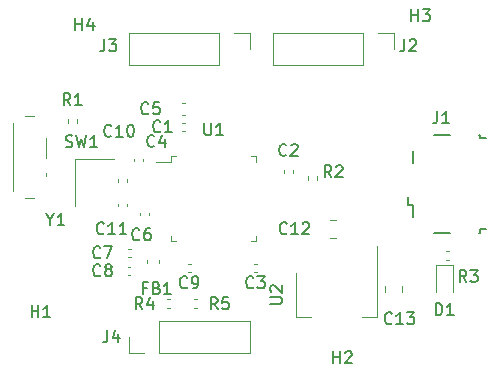
<source format=gbr>
%TF.GenerationSoftware,KiCad,Pcbnew,7.0.9*%
%TF.CreationDate,2024-01-02T09:41:28+05:30*%
%TF.ProjectId,STM32F103C8T6,53544d33-3246-4313-9033-433854362e6b,rev?*%
%TF.SameCoordinates,Original*%
%TF.FileFunction,Legend,Top*%
%TF.FilePolarity,Positive*%
%FSLAX46Y46*%
G04 Gerber Fmt 4.6, Leading zero omitted, Abs format (unit mm)*
G04 Created by KiCad (PCBNEW 7.0.9) date 2024-01-02 09:41:28*
%MOMM*%
%LPD*%
G01*
G04 APERTURE LIST*
%ADD10C,0.150000*%
%ADD11C,0.120000*%
G04 APERTURE END LIST*
D10*
X65619333Y-103578819D02*
X65286000Y-103102628D01*
X65047905Y-103578819D02*
X65047905Y-102578819D01*
X65047905Y-102578819D02*
X65428857Y-102578819D01*
X65428857Y-102578819D02*
X65524095Y-102626438D01*
X65524095Y-102626438D02*
X65571714Y-102674057D01*
X65571714Y-102674057D02*
X65619333Y-102769295D01*
X65619333Y-102769295D02*
X65619333Y-102912152D01*
X65619333Y-102912152D02*
X65571714Y-103007390D01*
X65571714Y-103007390D02*
X65524095Y-103055009D01*
X65524095Y-103055009D02*
X65428857Y-103102628D01*
X65428857Y-103102628D02*
X65047905Y-103102628D01*
X66476476Y-102912152D02*
X66476476Y-103578819D01*
X66238381Y-102531200D02*
X66000286Y-103245485D01*
X66000286Y-103245485D02*
X66619333Y-103245485D01*
X86733142Y-104753580D02*
X86685523Y-104801200D01*
X86685523Y-104801200D02*
X86542666Y-104848819D01*
X86542666Y-104848819D02*
X86447428Y-104848819D01*
X86447428Y-104848819D02*
X86304571Y-104801200D01*
X86304571Y-104801200D02*
X86209333Y-104705961D01*
X86209333Y-104705961D02*
X86161714Y-104610723D01*
X86161714Y-104610723D02*
X86114095Y-104420247D01*
X86114095Y-104420247D02*
X86114095Y-104277390D01*
X86114095Y-104277390D02*
X86161714Y-104086914D01*
X86161714Y-104086914D02*
X86209333Y-103991676D01*
X86209333Y-103991676D02*
X86304571Y-103896438D01*
X86304571Y-103896438D02*
X86447428Y-103848819D01*
X86447428Y-103848819D02*
X86542666Y-103848819D01*
X86542666Y-103848819D02*
X86685523Y-103896438D01*
X86685523Y-103896438D02*
X86733142Y-103944057D01*
X87685523Y-104848819D02*
X87114095Y-104848819D01*
X87399809Y-104848819D02*
X87399809Y-103848819D01*
X87399809Y-103848819D02*
X87304571Y-103991676D01*
X87304571Y-103991676D02*
X87209333Y-104086914D01*
X87209333Y-104086914D02*
X87114095Y-104134533D01*
X88018857Y-103848819D02*
X88637904Y-103848819D01*
X88637904Y-103848819D02*
X88304571Y-104229771D01*
X88304571Y-104229771D02*
X88447428Y-104229771D01*
X88447428Y-104229771D02*
X88542666Y-104277390D01*
X88542666Y-104277390D02*
X88590285Y-104325009D01*
X88590285Y-104325009D02*
X88637904Y-104420247D01*
X88637904Y-104420247D02*
X88637904Y-104658342D01*
X88637904Y-104658342D02*
X88590285Y-104753580D01*
X88590285Y-104753580D02*
X88542666Y-104801200D01*
X88542666Y-104801200D02*
X88447428Y-104848819D01*
X88447428Y-104848819D02*
X88161714Y-104848819D01*
X88161714Y-104848819D02*
X88066476Y-104801200D01*
X88066476Y-104801200D02*
X88018857Y-104753580D01*
X62063333Y-100689580D02*
X62015714Y-100737200D01*
X62015714Y-100737200D02*
X61872857Y-100784819D01*
X61872857Y-100784819D02*
X61777619Y-100784819D01*
X61777619Y-100784819D02*
X61634762Y-100737200D01*
X61634762Y-100737200D02*
X61539524Y-100641961D01*
X61539524Y-100641961D02*
X61491905Y-100546723D01*
X61491905Y-100546723D02*
X61444286Y-100356247D01*
X61444286Y-100356247D02*
X61444286Y-100213390D01*
X61444286Y-100213390D02*
X61491905Y-100022914D01*
X61491905Y-100022914D02*
X61539524Y-99927676D01*
X61539524Y-99927676D02*
X61634762Y-99832438D01*
X61634762Y-99832438D02*
X61777619Y-99784819D01*
X61777619Y-99784819D02*
X61872857Y-99784819D01*
X61872857Y-99784819D02*
X62015714Y-99832438D01*
X62015714Y-99832438D02*
X62063333Y-99880057D01*
X62634762Y-100213390D02*
X62539524Y-100165771D01*
X62539524Y-100165771D02*
X62491905Y-100118152D01*
X62491905Y-100118152D02*
X62444286Y-100022914D01*
X62444286Y-100022914D02*
X62444286Y-99975295D01*
X62444286Y-99975295D02*
X62491905Y-99880057D01*
X62491905Y-99880057D02*
X62539524Y-99832438D01*
X62539524Y-99832438D02*
X62634762Y-99784819D01*
X62634762Y-99784819D02*
X62825238Y-99784819D01*
X62825238Y-99784819D02*
X62920476Y-99832438D01*
X62920476Y-99832438D02*
X62968095Y-99880057D01*
X62968095Y-99880057D02*
X63015714Y-99975295D01*
X63015714Y-99975295D02*
X63015714Y-100022914D01*
X63015714Y-100022914D02*
X62968095Y-100118152D01*
X62968095Y-100118152D02*
X62920476Y-100165771D01*
X62920476Y-100165771D02*
X62825238Y-100213390D01*
X62825238Y-100213390D02*
X62634762Y-100213390D01*
X62634762Y-100213390D02*
X62539524Y-100261009D01*
X62539524Y-100261009D02*
X62491905Y-100308628D01*
X62491905Y-100308628D02*
X62444286Y-100403866D01*
X62444286Y-100403866D02*
X62444286Y-100594342D01*
X62444286Y-100594342D02*
X62491905Y-100689580D01*
X62491905Y-100689580D02*
X62539524Y-100737200D01*
X62539524Y-100737200D02*
X62634762Y-100784819D01*
X62634762Y-100784819D02*
X62825238Y-100784819D01*
X62825238Y-100784819D02*
X62920476Y-100737200D01*
X62920476Y-100737200D02*
X62968095Y-100689580D01*
X62968095Y-100689580D02*
X63015714Y-100594342D01*
X63015714Y-100594342D02*
X63015714Y-100403866D01*
X63015714Y-100403866D02*
X62968095Y-100308628D01*
X62968095Y-100308628D02*
X62920476Y-100261009D01*
X62920476Y-100261009D02*
X62825238Y-100213390D01*
X69401333Y-101705580D02*
X69353714Y-101753200D01*
X69353714Y-101753200D02*
X69210857Y-101800819D01*
X69210857Y-101800819D02*
X69115619Y-101800819D01*
X69115619Y-101800819D02*
X68972762Y-101753200D01*
X68972762Y-101753200D02*
X68877524Y-101657961D01*
X68877524Y-101657961D02*
X68829905Y-101562723D01*
X68829905Y-101562723D02*
X68782286Y-101372247D01*
X68782286Y-101372247D02*
X68782286Y-101229390D01*
X68782286Y-101229390D02*
X68829905Y-101038914D01*
X68829905Y-101038914D02*
X68877524Y-100943676D01*
X68877524Y-100943676D02*
X68972762Y-100848438D01*
X68972762Y-100848438D02*
X69115619Y-100800819D01*
X69115619Y-100800819D02*
X69210857Y-100800819D01*
X69210857Y-100800819D02*
X69353714Y-100848438D01*
X69353714Y-100848438D02*
X69401333Y-100896057D01*
X69877524Y-101800819D02*
X70068000Y-101800819D01*
X70068000Y-101800819D02*
X70163238Y-101753200D01*
X70163238Y-101753200D02*
X70210857Y-101705580D01*
X70210857Y-101705580D02*
X70306095Y-101562723D01*
X70306095Y-101562723D02*
X70353714Y-101372247D01*
X70353714Y-101372247D02*
X70353714Y-100991295D01*
X70353714Y-100991295D02*
X70306095Y-100896057D01*
X70306095Y-100896057D02*
X70258476Y-100848438D01*
X70258476Y-100848438D02*
X70163238Y-100800819D01*
X70163238Y-100800819D02*
X69972762Y-100800819D01*
X69972762Y-100800819D02*
X69877524Y-100848438D01*
X69877524Y-100848438D02*
X69829905Y-100896057D01*
X69829905Y-100896057D02*
X69782286Y-100991295D01*
X69782286Y-100991295D02*
X69782286Y-101229390D01*
X69782286Y-101229390D02*
X69829905Y-101324628D01*
X69829905Y-101324628D02*
X69877524Y-101372247D01*
X69877524Y-101372247D02*
X69972762Y-101419866D01*
X69972762Y-101419866D02*
X70163238Y-101419866D01*
X70163238Y-101419866D02*
X70258476Y-101372247D01*
X70258476Y-101372247D02*
X70306095Y-101324628D01*
X70306095Y-101324628D02*
X70353714Y-101229390D01*
X93051333Y-101267319D02*
X92718000Y-100791128D01*
X92479905Y-101267319D02*
X92479905Y-100267319D01*
X92479905Y-100267319D02*
X92860857Y-100267319D01*
X92860857Y-100267319D02*
X92956095Y-100314938D01*
X92956095Y-100314938D02*
X93003714Y-100362557D01*
X93003714Y-100362557D02*
X93051333Y-100457795D01*
X93051333Y-100457795D02*
X93051333Y-100600652D01*
X93051333Y-100600652D02*
X93003714Y-100695890D01*
X93003714Y-100695890D02*
X92956095Y-100743509D01*
X92956095Y-100743509D02*
X92860857Y-100791128D01*
X92860857Y-100791128D02*
X92479905Y-100791128D01*
X93384667Y-100267319D02*
X94003714Y-100267319D01*
X94003714Y-100267319D02*
X93670381Y-100648271D01*
X93670381Y-100648271D02*
X93813238Y-100648271D01*
X93813238Y-100648271D02*
X93908476Y-100695890D01*
X93908476Y-100695890D02*
X93956095Y-100743509D01*
X93956095Y-100743509D02*
X94003714Y-100838747D01*
X94003714Y-100838747D02*
X94003714Y-101076842D01*
X94003714Y-101076842D02*
X93956095Y-101172080D01*
X93956095Y-101172080D02*
X93908476Y-101219700D01*
X93908476Y-101219700D02*
X93813238Y-101267319D01*
X93813238Y-101267319D02*
X93527524Y-101267319D01*
X93527524Y-101267319D02*
X93432286Y-101219700D01*
X93432286Y-101219700D02*
X93384667Y-101172080D01*
X62349142Y-97133580D02*
X62301523Y-97181200D01*
X62301523Y-97181200D02*
X62158666Y-97228819D01*
X62158666Y-97228819D02*
X62063428Y-97228819D01*
X62063428Y-97228819D02*
X61920571Y-97181200D01*
X61920571Y-97181200D02*
X61825333Y-97085961D01*
X61825333Y-97085961D02*
X61777714Y-96990723D01*
X61777714Y-96990723D02*
X61730095Y-96800247D01*
X61730095Y-96800247D02*
X61730095Y-96657390D01*
X61730095Y-96657390D02*
X61777714Y-96466914D01*
X61777714Y-96466914D02*
X61825333Y-96371676D01*
X61825333Y-96371676D02*
X61920571Y-96276438D01*
X61920571Y-96276438D02*
X62063428Y-96228819D01*
X62063428Y-96228819D02*
X62158666Y-96228819D01*
X62158666Y-96228819D02*
X62301523Y-96276438D01*
X62301523Y-96276438D02*
X62349142Y-96324057D01*
X63301523Y-97228819D02*
X62730095Y-97228819D01*
X63015809Y-97228819D02*
X63015809Y-96228819D01*
X63015809Y-96228819D02*
X62920571Y-96371676D01*
X62920571Y-96371676D02*
X62825333Y-96466914D01*
X62825333Y-96466914D02*
X62730095Y-96514533D01*
X64253904Y-97228819D02*
X63682476Y-97228819D01*
X63968190Y-97228819D02*
X63968190Y-96228819D01*
X63968190Y-96228819D02*
X63872952Y-96371676D01*
X63872952Y-96371676D02*
X63777714Y-96466914D01*
X63777714Y-96466914D02*
X63682476Y-96514533D01*
X62063333Y-99165580D02*
X62015714Y-99213200D01*
X62015714Y-99213200D02*
X61872857Y-99260819D01*
X61872857Y-99260819D02*
X61777619Y-99260819D01*
X61777619Y-99260819D02*
X61634762Y-99213200D01*
X61634762Y-99213200D02*
X61539524Y-99117961D01*
X61539524Y-99117961D02*
X61491905Y-99022723D01*
X61491905Y-99022723D02*
X61444286Y-98832247D01*
X61444286Y-98832247D02*
X61444286Y-98689390D01*
X61444286Y-98689390D02*
X61491905Y-98498914D01*
X61491905Y-98498914D02*
X61539524Y-98403676D01*
X61539524Y-98403676D02*
X61634762Y-98308438D01*
X61634762Y-98308438D02*
X61777619Y-98260819D01*
X61777619Y-98260819D02*
X61872857Y-98260819D01*
X61872857Y-98260819D02*
X62015714Y-98308438D01*
X62015714Y-98308438D02*
X62063333Y-98356057D01*
X62396667Y-98260819D02*
X63063333Y-98260819D01*
X63063333Y-98260819D02*
X62634762Y-99260819D01*
X65968666Y-101785009D02*
X65635333Y-101785009D01*
X65635333Y-102308819D02*
X65635333Y-101308819D01*
X65635333Y-101308819D02*
X66111523Y-101308819D01*
X66825809Y-101785009D02*
X66968666Y-101832628D01*
X66968666Y-101832628D02*
X67016285Y-101880247D01*
X67016285Y-101880247D02*
X67063904Y-101975485D01*
X67063904Y-101975485D02*
X67063904Y-102118342D01*
X67063904Y-102118342D02*
X67016285Y-102213580D01*
X67016285Y-102213580D02*
X66968666Y-102261200D01*
X66968666Y-102261200D02*
X66873428Y-102308819D01*
X66873428Y-102308819D02*
X66492476Y-102308819D01*
X66492476Y-102308819D02*
X66492476Y-101308819D01*
X66492476Y-101308819D02*
X66825809Y-101308819D01*
X66825809Y-101308819D02*
X66921047Y-101356438D01*
X66921047Y-101356438D02*
X66968666Y-101404057D01*
X66968666Y-101404057D02*
X67016285Y-101499295D01*
X67016285Y-101499295D02*
X67016285Y-101594533D01*
X67016285Y-101594533D02*
X66968666Y-101689771D01*
X66968666Y-101689771D02*
X66921047Y-101737390D01*
X66921047Y-101737390D02*
X66825809Y-101785009D01*
X66825809Y-101785009D02*
X66492476Y-101785009D01*
X68016285Y-102308819D02*
X67444857Y-102308819D01*
X67730571Y-102308819D02*
X67730571Y-101308819D01*
X67730571Y-101308819D02*
X67635333Y-101451676D01*
X67635333Y-101451676D02*
X67540095Y-101546914D01*
X67540095Y-101546914D02*
X67444857Y-101594533D01*
X77843142Y-97133580D02*
X77795523Y-97181200D01*
X77795523Y-97181200D02*
X77652666Y-97228819D01*
X77652666Y-97228819D02*
X77557428Y-97228819D01*
X77557428Y-97228819D02*
X77414571Y-97181200D01*
X77414571Y-97181200D02*
X77319333Y-97085961D01*
X77319333Y-97085961D02*
X77271714Y-96990723D01*
X77271714Y-96990723D02*
X77224095Y-96800247D01*
X77224095Y-96800247D02*
X77224095Y-96657390D01*
X77224095Y-96657390D02*
X77271714Y-96466914D01*
X77271714Y-96466914D02*
X77319333Y-96371676D01*
X77319333Y-96371676D02*
X77414571Y-96276438D01*
X77414571Y-96276438D02*
X77557428Y-96228819D01*
X77557428Y-96228819D02*
X77652666Y-96228819D01*
X77652666Y-96228819D02*
X77795523Y-96276438D01*
X77795523Y-96276438D02*
X77843142Y-96324057D01*
X78795523Y-97228819D02*
X78224095Y-97228819D01*
X78509809Y-97228819D02*
X78509809Y-96228819D01*
X78509809Y-96228819D02*
X78414571Y-96371676D01*
X78414571Y-96371676D02*
X78319333Y-96466914D01*
X78319333Y-96466914D02*
X78224095Y-96514533D01*
X79176476Y-96324057D02*
X79224095Y-96276438D01*
X79224095Y-96276438D02*
X79319333Y-96228819D01*
X79319333Y-96228819D02*
X79557428Y-96228819D01*
X79557428Y-96228819D02*
X79652666Y-96276438D01*
X79652666Y-96276438D02*
X79700285Y-96324057D01*
X79700285Y-96324057D02*
X79747904Y-96419295D01*
X79747904Y-96419295D02*
X79747904Y-96514533D01*
X79747904Y-96514533D02*
X79700285Y-96657390D01*
X79700285Y-96657390D02*
X79128857Y-97228819D01*
X79128857Y-97228819D02*
X79747904Y-97228819D01*
X81621333Y-92402819D02*
X81288000Y-91926628D01*
X81049905Y-92402819D02*
X81049905Y-91402819D01*
X81049905Y-91402819D02*
X81430857Y-91402819D01*
X81430857Y-91402819D02*
X81526095Y-91450438D01*
X81526095Y-91450438D02*
X81573714Y-91498057D01*
X81573714Y-91498057D02*
X81621333Y-91593295D01*
X81621333Y-91593295D02*
X81621333Y-91736152D01*
X81621333Y-91736152D02*
X81573714Y-91831390D01*
X81573714Y-91831390D02*
X81526095Y-91879009D01*
X81526095Y-91879009D02*
X81430857Y-91926628D01*
X81430857Y-91926628D02*
X81049905Y-91926628D01*
X82002286Y-91498057D02*
X82049905Y-91450438D01*
X82049905Y-91450438D02*
X82145143Y-91402819D01*
X82145143Y-91402819D02*
X82383238Y-91402819D01*
X82383238Y-91402819D02*
X82478476Y-91450438D01*
X82478476Y-91450438D02*
X82526095Y-91498057D01*
X82526095Y-91498057D02*
X82573714Y-91593295D01*
X82573714Y-91593295D02*
X82573714Y-91688533D01*
X82573714Y-91688533D02*
X82526095Y-91831390D01*
X82526095Y-91831390D02*
X81954667Y-92402819D01*
X81954667Y-92402819D02*
X82573714Y-92402819D01*
X75017333Y-101705580D02*
X74969714Y-101753200D01*
X74969714Y-101753200D02*
X74826857Y-101800819D01*
X74826857Y-101800819D02*
X74731619Y-101800819D01*
X74731619Y-101800819D02*
X74588762Y-101753200D01*
X74588762Y-101753200D02*
X74493524Y-101657961D01*
X74493524Y-101657961D02*
X74445905Y-101562723D01*
X74445905Y-101562723D02*
X74398286Y-101372247D01*
X74398286Y-101372247D02*
X74398286Y-101229390D01*
X74398286Y-101229390D02*
X74445905Y-101038914D01*
X74445905Y-101038914D02*
X74493524Y-100943676D01*
X74493524Y-100943676D02*
X74588762Y-100848438D01*
X74588762Y-100848438D02*
X74731619Y-100800819D01*
X74731619Y-100800819D02*
X74826857Y-100800819D01*
X74826857Y-100800819D02*
X74969714Y-100848438D01*
X74969714Y-100848438D02*
X75017333Y-100896057D01*
X75350667Y-100800819D02*
X75969714Y-100800819D01*
X75969714Y-100800819D02*
X75636381Y-101181771D01*
X75636381Y-101181771D02*
X75779238Y-101181771D01*
X75779238Y-101181771D02*
X75874476Y-101229390D01*
X75874476Y-101229390D02*
X75922095Y-101277009D01*
X75922095Y-101277009D02*
X75969714Y-101372247D01*
X75969714Y-101372247D02*
X75969714Y-101610342D01*
X75969714Y-101610342D02*
X75922095Y-101705580D01*
X75922095Y-101705580D02*
X75874476Y-101753200D01*
X75874476Y-101753200D02*
X75779238Y-101800819D01*
X75779238Y-101800819D02*
X75493524Y-101800819D01*
X75493524Y-101800819D02*
X75398286Y-101753200D01*
X75398286Y-101753200D02*
X75350667Y-101705580D01*
X88392095Y-79194819D02*
X88392095Y-78194819D01*
X88392095Y-78671009D02*
X88963523Y-78671009D01*
X88963523Y-79194819D02*
X88963523Y-78194819D01*
X89344476Y-78194819D02*
X89963523Y-78194819D01*
X89963523Y-78194819D02*
X89630190Y-78575771D01*
X89630190Y-78575771D02*
X89773047Y-78575771D01*
X89773047Y-78575771D02*
X89868285Y-78623390D01*
X89868285Y-78623390D02*
X89915904Y-78671009D01*
X89915904Y-78671009D02*
X89963523Y-78766247D01*
X89963523Y-78766247D02*
X89963523Y-79004342D01*
X89963523Y-79004342D02*
X89915904Y-79099580D01*
X89915904Y-79099580D02*
X89868285Y-79147200D01*
X89868285Y-79147200D02*
X89773047Y-79194819D01*
X89773047Y-79194819D02*
X89487333Y-79194819D01*
X89487333Y-79194819D02*
X89392095Y-79147200D01*
X89392095Y-79147200D02*
X89344476Y-79099580D01*
X71979333Y-103578819D02*
X71646000Y-103102628D01*
X71407905Y-103578819D02*
X71407905Y-102578819D01*
X71407905Y-102578819D02*
X71788857Y-102578819D01*
X71788857Y-102578819D02*
X71884095Y-102626438D01*
X71884095Y-102626438D02*
X71931714Y-102674057D01*
X71931714Y-102674057D02*
X71979333Y-102769295D01*
X71979333Y-102769295D02*
X71979333Y-102912152D01*
X71979333Y-102912152D02*
X71931714Y-103007390D01*
X71931714Y-103007390D02*
X71884095Y-103055009D01*
X71884095Y-103055009D02*
X71788857Y-103102628D01*
X71788857Y-103102628D02*
X71407905Y-103102628D01*
X72884095Y-102578819D02*
X72407905Y-102578819D01*
X72407905Y-102578819D02*
X72360286Y-103055009D01*
X72360286Y-103055009D02*
X72407905Y-103007390D01*
X72407905Y-103007390D02*
X72503143Y-102959771D01*
X72503143Y-102959771D02*
X72741238Y-102959771D01*
X72741238Y-102959771D02*
X72836476Y-103007390D01*
X72836476Y-103007390D02*
X72884095Y-103055009D01*
X72884095Y-103055009D02*
X72931714Y-103150247D01*
X72931714Y-103150247D02*
X72931714Y-103388342D01*
X72931714Y-103388342D02*
X72884095Y-103483580D01*
X72884095Y-103483580D02*
X72836476Y-103531200D01*
X72836476Y-103531200D02*
X72741238Y-103578819D01*
X72741238Y-103578819D02*
X72503143Y-103578819D01*
X72503143Y-103578819D02*
X72407905Y-103531200D01*
X72407905Y-103531200D02*
X72360286Y-103483580D01*
X62404666Y-80734819D02*
X62404666Y-81449104D01*
X62404666Y-81449104D02*
X62357047Y-81591961D01*
X62357047Y-81591961D02*
X62261809Y-81687200D01*
X62261809Y-81687200D02*
X62118952Y-81734819D01*
X62118952Y-81734819D02*
X62023714Y-81734819D01*
X62785619Y-80734819D02*
X63404666Y-80734819D01*
X63404666Y-80734819D02*
X63071333Y-81115771D01*
X63071333Y-81115771D02*
X63214190Y-81115771D01*
X63214190Y-81115771D02*
X63309428Y-81163390D01*
X63309428Y-81163390D02*
X63357047Y-81211009D01*
X63357047Y-81211009D02*
X63404666Y-81306247D01*
X63404666Y-81306247D02*
X63404666Y-81544342D01*
X63404666Y-81544342D02*
X63357047Y-81639580D01*
X63357047Y-81639580D02*
X63309428Y-81687200D01*
X63309428Y-81687200D02*
X63214190Y-81734819D01*
X63214190Y-81734819D02*
X62928476Y-81734819D01*
X62928476Y-81734819D02*
X62833238Y-81687200D01*
X62833238Y-81687200D02*
X62785619Y-81639580D01*
X90447905Y-104086819D02*
X90447905Y-103086819D01*
X90447905Y-103086819D02*
X90686000Y-103086819D01*
X90686000Y-103086819D02*
X90828857Y-103134438D01*
X90828857Y-103134438D02*
X90924095Y-103229676D01*
X90924095Y-103229676D02*
X90971714Y-103324914D01*
X90971714Y-103324914D02*
X91019333Y-103515390D01*
X91019333Y-103515390D02*
X91019333Y-103658247D01*
X91019333Y-103658247D02*
X90971714Y-103848723D01*
X90971714Y-103848723D02*
X90924095Y-103943961D01*
X90924095Y-103943961D02*
X90828857Y-104039200D01*
X90828857Y-104039200D02*
X90686000Y-104086819D01*
X90686000Y-104086819D02*
X90447905Y-104086819D01*
X91971714Y-104086819D02*
X91400286Y-104086819D01*
X91686000Y-104086819D02*
X91686000Y-103086819D01*
X91686000Y-103086819D02*
X91590762Y-103229676D01*
X91590762Y-103229676D02*
X91495524Y-103324914D01*
X91495524Y-103324914D02*
X91400286Y-103372533D01*
X76416819Y-103123904D02*
X77226342Y-103123904D01*
X77226342Y-103123904D02*
X77321580Y-103076285D01*
X77321580Y-103076285D02*
X77369200Y-103028666D01*
X77369200Y-103028666D02*
X77416819Y-102933428D01*
X77416819Y-102933428D02*
X77416819Y-102742952D01*
X77416819Y-102742952D02*
X77369200Y-102647714D01*
X77369200Y-102647714D02*
X77321580Y-102600095D01*
X77321580Y-102600095D02*
X77226342Y-102552476D01*
X77226342Y-102552476D02*
X76416819Y-102552476D01*
X76512057Y-102123904D02*
X76464438Y-102076285D01*
X76464438Y-102076285D02*
X76416819Y-101981047D01*
X76416819Y-101981047D02*
X76416819Y-101742952D01*
X76416819Y-101742952D02*
X76464438Y-101647714D01*
X76464438Y-101647714D02*
X76512057Y-101600095D01*
X76512057Y-101600095D02*
X76607295Y-101552476D01*
X76607295Y-101552476D02*
X76702533Y-101552476D01*
X76702533Y-101552476D02*
X76845390Y-101600095D01*
X76845390Y-101600095D02*
X77416819Y-102171523D01*
X77416819Y-102171523D02*
X77416819Y-101552476D01*
X90591666Y-86825819D02*
X90591666Y-87540104D01*
X90591666Y-87540104D02*
X90544047Y-87682961D01*
X90544047Y-87682961D02*
X90448809Y-87778200D01*
X90448809Y-87778200D02*
X90305952Y-87825819D01*
X90305952Y-87825819D02*
X90210714Y-87825819D01*
X91591666Y-87825819D02*
X91020238Y-87825819D01*
X91305952Y-87825819D02*
X91305952Y-86825819D01*
X91305952Y-86825819D02*
X91210714Y-86968676D01*
X91210714Y-86968676D02*
X91115476Y-87063914D01*
X91115476Y-87063914D02*
X91020238Y-87111533D01*
X59118667Y-89815200D02*
X59261524Y-89862819D01*
X59261524Y-89862819D02*
X59499619Y-89862819D01*
X59499619Y-89862819D02*
X59594857Y-89815200D01*
X59594857Y-89815200D02*
X59642476Y-89767580D01*
X59642476Y-89767580D02*
X59690095Y-89672342D01*
X59690095Y-89672342D02*
X59690095Y-89577104D01*
X59690095Y-89577104D02*
X59642476Y-89481866D01*
X59642476Y-89481866D02*
X59594857Y-89434247D01*
X59594857Y-89434247D02*
X59499619Y-89386628D01*
X59499619Y-89386628D02*
X59309143Y-89339009D01*
X59309143Y-89339009D02*
X59213905Y-89291390D01*
X59213905Y-89291390D02*
X59166286Y-89243771D01*
X59166286Y-89243771D02*
X59118667Y-89148533D01*
X59118667Y-89148533D02*
X59118667Y-89053295D01*
X59118667Y-89053295D02*
X59166286Y-88958057D01*
X59166286Y-88958057D02*
X59213905Y-88910438D01*
X59213905Y-88910438D02*
X59309143Y-88862819D01*
X59309143Y-88862819D02*
X59547238Y-88862819D01*
X59547238Y-88862819D02*
X59690095Y-88910438D01*
X60023429Y-88862819D02*
X60261524Y-89862819D01*
X60261524Y-89862819D02*
X60452000Y-89148533D01*
X60452000Y-89148533D02*
X60642476Y-89862819D01*
X60642476Y-89862819D02*
X60880572Y-88862819D01*
X61785333Y-89862819D02*
X61213905Y-89862819D01*
X61499619Y-89862819D02*
X61499619Y-88862819D01*
X61499619Y-88862819D02*
X61404381Y-89005676D01*
X61404381Y-89005676D02*
X61309143Y-89100914D01*
X61309143Y-89100914D02*
X61213905Y-89148533D01*
X62658666Y-105372819D02*
X62658666Y-106087104D01*
X62658666Y-106087104D02*
X62611047Y-106229961D01*
X62611047Y-106229961D02*
X62515809Y-106325200D01*
X62515809Y-106325200D02*
X62372952Y-106372819D01*
X62372952Y-106372819D02*
X62277714Y-106372819D01*
X63563428Y-105706152D02*
X63563428Y-106372819D01*
X63325333Y-105325200D02*
X63087238Y-106039485D01*
X63087238Y-106039485D02*
X63706285Y-106039485D01*
X57816809Y-95990628D02*
X57816809Y-96466819D01*
X57483476Y-95466819D02*
X57816809Y-95990628D01*
X57816809Y-95990628D02*
X58150142Y-95466819D01*
X59007285Y-96466819D02*
X58435857Y-96466819D01*
X58721571Y-96466819D02*
X58721571Y-95466819D01*
X58721571Y-95466819D02*
X58626333Y-95609676D01*
X58626333Y-95609676D02*
X58531095Y-95704914D01*
X58531095Y-95704914D02*
X58435857Y-95752533D01*
X59944095Y-79956819D02*
X59944095Y-78956819D01*
X59944095Y-79433009D02*
X60515523Y-79433009D01*
X60515523Y-79956819D02*
X60515523Y-78956819D01*
X61420285Y-79290152D02*
X61420285Y-79956819D01*
X61182190Y-78909200D02*
X60944095Y-79623485D01*
X60944095Y-79623485D02*
X61563142Y-79623485D01*
X87804666Y-80734819D02*
X87804666Y-81449104D01*
X87804666Y-81449104D02*
X87757047Y-81591961D01*
X87757047Y-81591961D02*
X87661809Y-81687200D01*
X87661809Y-81687200D02*
X87518952Y-81734819D01*
X87518952Y-81734819D02*
X87423714Y-81734819D01*
X88233238Y-80830057D02*
X88280857Y-80782438D01*
X88280857Y-80782438D02*
X88376095Y-80734819D01*
X88376095Y-80734819D02*
X88614190Y-80734819D01*
X88614190Y-80734819D02*
X88709428Y-80782438D01*
X88709428Y-80782438D02*
X88757047Y-80830057D01*
X88757047Y-80830057D02*
X88804666Y-80925295D01*
X88804666Y-80925295D02*
X88804666Y-81020533D01*
X88804666Y-81020533D02*
X88757047Y-81163390D01*
X88757047Y-81163390D02*
X88185619Y-81734819D01*
X88185619Y-81734819D02*
X88804666Y-81734819D01*
X67143333Y-88497580D02*
X67095714Y-88545200D01*
X67095714Y-88545200D02*
X66952857Y-88592819D01*
X66952857Y-88592819D02*
X66857619Y-88592819D01*
X66857619Y-88592819D02*
X66714762Y-88545200D01*
X66714762Y-88545200D02*
X66619524Y-88449961D01*
X66619524Y-88449961D02*
X66571905Y-88354723D01*
X66571905Y-88354723D02*
X66524286Y-88164247D01*
X66524286Y-88164247D02*
X66524286Y-88021390D01*
X66524286Y-88021390D02*
X66571905Y-87830914D01*
X66571905Y-87830914D02*
X66619524Y-87735676D01*
X66619524Y-87735676D02*
X66714762Y-87640438D01*
X66714762Y-87640438D02*
X66857619Y-87592819D01*
X66857619Y-87592819D02*
X66952857Y-87592819D01*
X66952857Y-87592819D02*
X67095714Y-87640438D01*
X67095714Y-87640438D02*
X67143333Y-87688057D01*
X68095714Y-88592819D02*
X67524286Y-88592819D01*
X67810000Y-88592819D02*
X67810000Y-87592819D01*
X67810000Y-87592819D02*
X67714762Y-87735676D01*
X67714762Y-87735676D02*
X67619524Y-87830914D01*
X67619524Y-87830914D02*
X67524286Y-87878533D01*
X81788095Y-108150819D02*
X81788095Y-107150819D01*
X81788095Y-107627009D02*
X82359523Y-107627009D01*
X82359523Y-108150819D02*
X82359523Y-107150819D01*
X82788095Y-107246057D02*
X82835714Y-107198438D01*
X82835714Y-107198438D02*
X82930952Y-107150819D01*
X82930952Y-107150819D02*
X83169047Y-107150819D01*
X83169047Y-107150819D02*
X83264285Y-107198438D01*
X83264285Y-107198438D02*
X83311904Y-107246057D01*
X83311904Y-107246057D02*
X83359523Y-107341295D01*
X83359523Y-107341295D02*
X83359523Y-107436533D01*
X83359523Y-107436533D02*
X83311904Y-107579390D01*
X83311904Y-107579390D02*
X82740476Y-108150819D01*
X82740476Y-108150819D02*
X83359523Y-108150819D01*
X56238095Y-104254819D02*
X56238095Y-103254819D01*
X56238095Y-103731009D02*
X56809523Y-103731009D01*
X56809523Y-104254819D02*
X56809523Y-103254819D01*
X57809523Y-104254819D02*
X57238095Y-104254819D01*
X57523809Y-104254819D02*
X57523809Y-103254819D01*
X57523809Y-103254819D02*
X57428571Y-103397676D01*
X57428571Y-103397676D02*
X57333333Y-103492914D01*
X57333333Y-103492914D02*
X57238095Y-103540533D01*
X65365333Y-97641580D02*
X65317714Y-97689200D01*
X65317714Y-97689200D02*
X65174857Y-97736819D01*
X65174857Y-97736819D02*
X65079619Y-97736819D01*
X65079619Y-97736819D02*
X64936762Y-97689200D01*
X64936762Y-97689200D02*
X64841524Y-97593961D01*
X64841524Y-97593961D02*
X64793905Y-97498723D01*
X64793905Y-97498723D02*
X64746286Y-97308247D01*
X64746286Y-97308247D02*
X64746286Y-97165390D01*
X64746286Y-97165390D02*
X64793905Y-96974914D01*
X64793905Y-96974914D02*
X64841524Y-96879676D01*
X64841524Y-96879676D02*
X64936762Y-96784438D01*
X64936762Y-96784438D02*
X65079619Y-96736819D01*
X65079619Y-96736819D02*
X65174857Y-96736819D01*
X65174857Y-96736819D02*
X65317714Y-96784438D01*
X65317714Y-96784438D02*
X65365333Y-96832057D01*
X66222476Y-96736819D02*
X66032000Y-96736819D01*
X66032000Y-96736819D02*
X65936762Y-96784438D01*
X65936762Y-96784438D02*
X65889143Y-96832057D01*
X65889143Y-96832057D02*
X65793905Y-96974914D01*
X65793905Y-96974914D02*
X65746286Y-97165390D01*
X65746286Y-97165390D02*
X65746286Y-97546342D01*
X65746286Y-97546342D02*
X65793905Y-97641580D01*
X65793905Y-97641580D02*
X65841524Y-97689200D01*
X65841524Y-97689200D02*
X65936762Y-97736819D01*
X65936762Y-97736819D02*
X66127238Y-97736819D01*
X66127238Y-97736819D02*
X66222476Y-97689200D01*
X66222476Y-97689200D02*
X66270095Y-97641580D01*
X66270095Y-97641580D02*
X66317714Y-97546342D01*
X66317714Y-97546342D02*
X66317714Y-97308247D01*
X66317714Y-97308247D02*
X66270095Y-97213009D01*
X66270095Y-97213009D02*
X66222476Y-97165390D01*
X66222476Y-97165390D02*
X66127238Y-97117771D01*
X66127238Y-97117771D02*
X65936762Y-97117771D01*
X65936762Y-97117771D02*
X65841524Y-97165390D01*
X65841524Y-97165390D02*
X65793905Y-97213009D01*
X65793905Y-97213009D02*
X65746286Y-97308247D01*
X77811333Y-90501580D02*
X77763714Y-90549200D01*
X77763714Y-90549200D02*
X77620857Y-90596819D01*
X77620857Y-90596819D02*
X77525619Y-90596819D01*
X77525619Y-90596819D02*
X77382762Y-90549200D01*
X77382762Y-90549200D02*
X77287524Y-90453961D01*
X77287524Y-90453961D02*
X77239905Y-90358723D01*
X77239905Y-90358723D02*
X77192286Y-90168247D01*
X77192286Y-90168247D02*
X77192286Y-90025390D01*
X77192286Y-90025390D02*
X77239905Y-89834914D01*
X77239905Y-89834914D02*
X77287524Y-89739676D01*
X77287524Y-89739676D02*
X77382762Y-89644438D01*
X77382762Y-89644438D02*
X77525619Y-89596819D01*
X77525619Y-89596819D02*
X77620857Y-89596819D01*
X77620857Y-89596819D02*
X77763714Y-89644438D01*
X77763714Y-89644438D02*
X77811333Y-89692057D01*
X78192286Y-89692057D02*
X78239905Y-89644438D01*
X78239905Y-89644438D02*
X78335143Y-89596819D01*
X78335143Y-89596819D02*
X78573238Y-89596819D01*
X78573238Y-89596819D02*
X78668476Y-89644438D01*
X78668476Y-89644438D02*
X78716095Y-89692057D01*
X78716095Y-89692057D02*
X78763714Y-89787295D01*
X78763714Y-89787295D02*
X78763714Y-89882533D01*
X78763714Y-89882533D02*
X78716095Y-90025390D01*
X78716095Y-90025390D02*
X78144667Y-90596819D01*
X78144667Y-90596819D02*
X78763714Y-90596819D01*
X70866095Y-87838819D02*
X70866095Y-88648342D01*
X70866095Y-88648342D02*
X70913714Y-88743580D01*
X70913714Y-88743580D02*
X70961333Y-88791200D01*
X70961333Y-88791200D02*
X71056571Y-88838819D01*
X71056571Y-88838819D02*
X71247047Y-88838819D01*
X71247047Y-88838819D02*
X71342285Y-88791200D01*
X71342285Y-88791200D02*
X71389904Y-88743580D01*
X71389904Y-88743580D02*
X71437523Y-88648342D01*
X71437523Y-88648342D02*
X71437523Y-87838819D01*
X72437523Y-88838819D02*
X71866095Y-88838819D01*
X72151809Y-88838819D02*
X72151809Y-87838819D01*
X72151809Y-87838819D02*
X72056571Y-87981676D01*
X72056571Y-87981676D02*
X71961333Y-88076914D01*
X71961333Y-88076914D02*
X71866095Y-88124533D01*
X59523333Y-86306819D02*
X59190000Y-85830628D01*
X58951905Y-86306819D02*
X58951905Y-85306819D01*
X58951905Y-85306819D02*
X59332857Y-85306819D01*
X59332857Y-85306819D02*
X59428095Y-85354438D01*
X59428095Y-85354438D02*
X59475714Y-85402057D01*
X59475714Y-85402057D02*
X59523333Y-85497295D01*
X59523333Y-85497295D02*
X59523333Y-85640152D01*
X59523333Y-85640152D02*
X59475714Y-85735390D01*
X59475714Y-85735390D02*
X59428095Y-85783009D01*
X59428095Y-85783009D02*
X59332857Y-85830628D01*
X59332857Y-85830628D02*
X58951905Y-85830628D01*
X60475714Y-86306819D02*
X59904286Y-86306819D01*
X60190000Y-86306819D02*
X60190000Y-85306819D01*
X60190000Y-85306819D02*
X60094762Y-85449676D01*
X60094762Y-85449676D02*
X59999524Y-85544914D01*
X59999524Y-85544914D02*
X59904286Y-85592533D01*
X66635333Y-89739580D02*
X66587714Y-89787200D01*
X66587714Y-89787200D02*
X66444857Y-89834819D01*
X66444857Y-89834819D02*
X66349619Y-89834819D01*
X66349619Y-89834819D02*
X66206762Y-89787200D01*
X66206762Y-89787200D02*
X66111524Y-89691961D01*
X66111524Y-89691961D02*
X66063905Y-89596723D01*
X66063905Y-89596723D02*
X66016286Y-89406247D01*
X66016286Y-89406247D02*
X66016286Y-89263390D01*
X66016286Y-89263390D02*
X66063905Y-89072914D01*
X66063905Y-89072914D02*
X66111524Y-88977676D01*
X66111524Y-88977676D02*
X66206762Y-88882438D01*
X66206762Y-88882438D02*
X66349619Y-88834819D01*
X66349619Y-88834819D02*
X66444857Y-88834819D01*
X66444857Y-88834819D02*
X66587714Y-88882438D01*
X66587714Y-88882438D02*
X66635333Y-88930057D01*
X67492476Y-89168152D02*
X67492476Y-89834819D01*
X67254381Y-88787200D02*
X67016286Y-89501485D01*
X67016286Y-89501485D02*
X67635333Y-89501485D01*
X62984142Y-88878580D02*
X62936523Y-88926200D01*
X62936523Y-88926200D02*
X62793666Y-88973819D01*
X62793666Y-88973819D02*
X62698428Y-88973819D01*
X62698428Y-88973819D02*
X62555571Y-88926200D01*
X62555571Y-88926200D02*
X62460333Y-88830961D01*
X62460333Y-88830961D02*
X62412714Y-88735723D01*
X62412714Y-88735723D02*
X62365095Y-88545247D01*
X62365095Y-88545247D02*
X62365095Y-88402390D01*
X62365095Y-88402390D02*
X62412714Y-88211914D01*
X62412714Y-88211914D02*
X62460333Y-88116676D01*
X62460333Y-88116676D02*
X62555571Y-88021438D01*
X62555571Y-88021438D02*
X62698428Y-87973819D01*
X62698428Y-87973819D02*
X62793666Y-87973819D01*
X62793666Y-87973819D02*
X62936523Y-88021438D01*
X62936523Y-88021438D02*
X62984142Y-88069057D01*
X63936523Y-88973819D02*
X63365095Y-88973819D01*
X63650809Y-88973819D02*
X63650809Y-87973819D01*
X63650809Y-87973819D02*
X63555571Y-88116676D01*
X63555571Y-88116676D02*
X63460333Y-88211914D01*
X63460333Y-88211914D02*
X63365095Y-88259533D01*
X64555571Y-87973819D02*
X64650809Y-87973819D01*
X64650809Y-87973819D02*
X64746047Y-88021438D01*
X64746047Y-88021438D02*
X64793666Y-88069057D01*
X64793666Y-88069057D02*
X64841285Y-88164295D01*
X64841285Y-88164295D02*
X64888904Y-88354771D01*
X64888904Y-88354771D02*
X64888904Y-88592866D01*
X64888904Y-88592866D02*
X64841285Y-88783342D01*
X64841285Y-88783342D02*
X64793666Y-88878580D01*
X64793666Y-88878580D02*
X64746047Y-88926200D01*
X64746047Y-88926200D02*
X64650809Y-88973819D01*
X64650809Y-88973819D02*
X64555571Y-88973819D01*
X64555571Y-88973819D02*
X64460333Y-88926200D01*
X64460333Y-88926200D02*
X64412714Y-88878580D01*
X64412714Y-88878580D02*
X64365095Y-88783342D01*
X64365095Y-88783342D02*
X64317476Y-88592866D01*
X64317476Y-88592866D02*
X64317476Y-88354771D01*
X64317476Y-88354771D02*
X64365095Y-88164295D01*
X64365095Y-88164295D02*
X64412714Y-88069057D01*
X64412714Y-88069057D02*
X64460333Y-88021438D01*
X64460333Y-88021438D02*
X64555571Y-87973819D01*
X66127333Y-86973580D02*
X66079714Y-87021200D01*
X66079714Y-87021200D02*
X65936857Y-87068819D01*
X65936857Y-87068819D02*
X65841619Y-87068819D01*
X65841619Y-87068819D02*
X65698762Y-87021200D01*
X65698762Y-87021200D02*
X65603524Y-86925961D01*
X65603524Y-86925961D02*
X65555905Y-86830723D01*
X65555905Y-86830723D02*
X65508286Y-86640247D01*
X65508286Y-86640247D02*
X65508286Y-86497390D01*
X65508286Y-86497390D02*
X65555905Y-86306914D01*
X65555905Y-86306914D02*
X65603524Y-86211676D01*
X65603524Y-86211676D02*
X65698762Y-86116438D01*
X65698762Y-86116438D02*
X65841619Y-86068819D01*
X65841619Y-86068819D02*
X65936857Y-86068819D01*
X65936857Y-86068819D02*
X66079714Y-86116438D01*
X66079714Y-86116438D02*
X66127333Y-86164057D01*
X67032095Y-86068819D02*
X66555905Y-86068819D01*
X66555905Y-86068819D02*
X66508286Y-86545009D01*
X66508286Y-86545009D02*
X66555905Y-86497390D01*
X66555905Y-86497390D02*
X66651143Y-86449771D01*
X66651143Y-86449771D02*
X66889238Y-86449771D01*
X66889238Y-86449771D02*
X66984476Y-86497390D01*
X66984476Y-86497390D02*
X67032095Y-86545009D01*
X67032095Y-86545009D02*
X67079714Y-86640247D01*
X67079714Y-86640247D02*
X67079714Y-86878342D01*
X67079714Y-86878342D02*
X67032095Y-86973580D01*
X67032095Y-86973580D02*
X66984476Y-87021200D01*
X66984476Y-87021200D02*
X66889238Y-87068819D01*
X66889238Y-87068819D02*
X66651143Y-87068819D01*
X66651143Y-87068819D02*
X66555905Y-87021200D01*
X66555905Y-87021200D02*
X66508286Y-86973580D01*
D11*
%TO.C,R4*%
X67981641Y-103504000D02*
X67674359Y-103504000D01*
X67981641Y-102744000D02*
X67674359Y-102744000D01*
%TO.C,C13*%
X86133000Y-102115252D02*
X86133000Y-101592748D01*
X87603000Y-102115252D02*
X87603000Y-101592748D01*
%TO.C,C8*%
X64595836Y-100690000D02*
X64380164Y-100690000D01*
X64595836Y-99970000D02*
X64380164Y-99970000D01*
%TO.C,C9*%
X69488164Y-99716000D02*
X69703836Y-99716000D01*
X69488164Y-100436000D02*
X69703836Y-100436000D01*
%TO.C,R3*%
X91286359Y-98654500D02*
X91593641Y-98654500D01*
X91286359Y-99414500D02*
X91593641Y-99414500D01*
%TO.C,C11*%
X63560000Y-94849836D02*
X63560000Y-94634164D01*
X64280000Y-94849836D02*
X64280000Y-94634164D01*
%TO.C,C7*%
X64623836Y-99166000D02*
X64408164Y-99166000D01*
X64623836Y-98446000D02*
X64408164Y-98446000D01*
%TO.C,FB1*%
X67058000Y-99379721D02*
X67058000Y-99705279D01*
X66038000Y-99379721D02*
X66038000Y-99705279D01*
%TO.C,C12*%
X81526748Y-96039000D02*
X82049252Y-96039000D01*
X81526748Y-97509000D02*
X82049252Y-97509000D01*
%TO.C,R2*%
X80390000Y-92302359D02*
X80390000Y-92609641D01*
X79630000Y-92302359D02*
X79630000Y-92609641D01*
%TO.C,C3*%
X75291836Y-100436000D02*
X75076164Y-100436000D01*
X75291836Y-99716000D02*
X75076164Y-99716000D01*
%TO.C,R5*%
X69960359Y-102744000D02*
X70267641Y-102744000D01*
X69960359Y-103504000D02*
X70267641Y-103504000D01*
%TO.C,J3*%
X74736000Y-80204000D02*
X74736000Y-81534000D01*
X73406000Y-80204000D02*
X74736000Y-80204000D01*
X72136000Y-80204000D02*
X64456000Y-80204000D01*
X72136000Y-80204000D02*
X72136000Y-82864000D01*
X64456000Y-80204000D02*
X64456000Y-82864000D01*
X72136000Y-82864000D02*
X64456000Y-82864000D01*
%TO.C,D1*%
X91921000Y-99861000D02*
X90451000Y-99861000D01*
X90451000Y-99861000D02*
X90451000Y-102146000D01*
X91921000Y-102146000D02*
X91921000Y-99861000D01*
%TO.C,U2*%
X85452000Y-98262000D02*
X85452000Y-104272000D01*
X78632000Y-100512000D02*
X78632000Y-104272000D01*
X85452000Y-104272000D02*
X84192000Y-104272000D01*
X78632000Y-104272000D02*
X79892000Y-104272000D01*
D10*
%TO.C,J1*%
X90282000Y-97114000D02*
X91682000Y-97114000D01*
X94082000Y-97114000D02*
X94232000Y-97114000D01*
X94232000Y-97114000D02*
X94232000Y-96814000D01*
X94232000Y-96814000D02*
X94682000Y-96814000D01*
X88107000Y-94764000D02*
X88532000Y-94764000D01*
X88532000Y-94764000D02*
X88532000Y-95764000D01*
X88107000Y-94039000D02*
X88107000Y-94764000D01*
X88532000Y-91164000D02*
X88532000Y-90164000D01*
X94232000Y-89114000D02*
X94232000Y-88814000D01*
X94682000Y-89114000D02*
X94232000Y-89114000D01*
X91682000Y-88814000D02*
X90282000Y-88814000D01*
X94232000Y-88814000D02*
X94082000Y-88814000D01*
D11*
%TO.C,SW1*%
X56425000Y-87228000D02*
X55635000Y-87228000D01*
X54625000Y-87828000D02*
X54625000Y-93528000D01*
X57475000Y-89078000D02*
X57475000Y-90778000D01*
X57475000Y-92078000D02*
X57475000Y-92278000D01*
X55635000Y-94128000D02*
X56425000Y-94128000D01*
%TO.C,J4*%
X64456000Y-107248000D02*
X64456000Y-105918000D01*
X65786000Y-107248000D02*
X64456000Y-107248000D01*
X67056000Y-107248000D02*
X74736000Y-107248000D01*
X67056000Y-107248000D02*
X67056000Y-104588000D01*
X74736000Y-107248000D02*
X74736000Y-104588000D01*
X67056000Y-104588000D02*
X74736000Y-104588000D01*
%TO.C,Y1*%
X63245000Y-90837000D02*
X59945000Y-90837000D01*
X59945000Y-90837000D02*
X59945000Y-94837000D01*
%TO.C,J2*%
X86928000Y-80204000D02*
X86928000Y-81534000D01*
X85598000Y-80204000D02*
X86928000Y-80204000D01*
X84328000Y-80204000D02*
X76648000Y-80204000D01*
X84328000Y-80204000D02*
X84328000Y-82864000D01*
X76648000Y-80204000D02*
X76648000Y-82864000D01*
X84328000Y-82864000D02*
X76648000Y-82864000D01*
%TO.C,C1*%
X69008164Y-87778000D02*
X69223836Y-87778000D01*
X69008164Y-88498000D02*
X69223836Y-88498000D01*
%TO.C,C6*%
X65426000Y-95611836D02*
X65426000Y-95396164D01*
X66146000Y-95611836D02*
X66146000Y-95396164D01*
%TO.C,C2*%
X78338000Y-91812164D02*
X78338000Y-92027836D01*
X77618000Y-91812164D02*
X77618000Y-92027836D01*
%TO.C,U1*%
X68018000Y-90624000D02*
X68018000Y-91074000D01*
X68018000Y-91074000D02*
X66728000Y-91074000D01*
X68018000Y-97844000D02*
X68018000Y-97394000D01*
X68468000Y-90624000D02*
X68018000Y-90624000D01*
X68468000Y-97844000D02*
X68018000Y-97844000D01*
X74788000Y-90624000D02*
X75238000Y-90624000D01*
X74788000Y-97844000D02*
X75238000Y-97844000D01*
X75238000Y-90624000D02*
X75238000Y-91074000D01*
X75238000Y-97844000D02*
X75238000Y-97394000D01*
%TO.C,R1*%
X59310000Y-87783641D02*
X59310000Y-87476359D01*
X60070000Y-87783641D02*
X60070000Y-87476359D01*
%TO.C,C4*%
X64918000Y-91039836D02*
X64918000Y-90824164D01*
X65638000Y-91039836D02*
X65638000Y-90824164D01*
%TO.C,C10*%
X63560000Y-92789836D02*
X63560000Y-92574164D01*
X64280000Y-92789836D02*
X64280000Y-92574164D01*
%TO.C,C5*%
X68960420Y-86104000D02*
X69241580Y-86104000D01*
X68960420Y-87124000D02*
X69241580Y-87124000D01*
%TD*%
M02*

</source>
